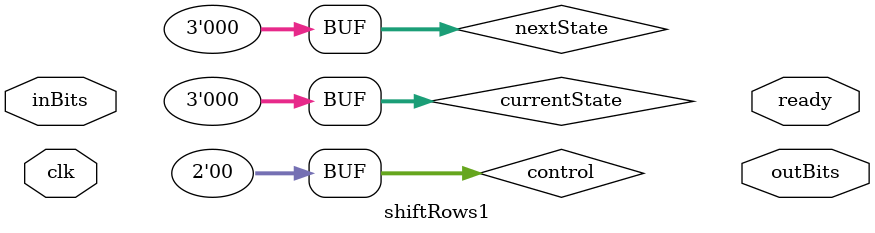
<source format=v>
`timescale 1ns / 1ps


module shiftRows1(
input [7:0] inBits,
input clk,
//input [1:0] control, 
output reg [7:0] outBits,
output reg ready);

parameter IDLE = 0, ONE = 1, TWO =2, THREE =3, FOUR = 4, FIVE =5, SIX =6, SEVEN =7;

reg [4:0] counter;
wire [7:0] SRL_output;
wire [7:0] SRL_output2;
wire [7:0] mux1_output;
wire [7:0] Q15_output;
reg [1:0] control =0;

reg [2:0] currentState =IDLE; 
reg [2:0] nextState = IDLE;

always @ (posedge clk) begin
    counter <= counter +1;
end
/*currentState <= nextState; 
end

always@(*) begin
case (currentState)
    IDLE: begin
        if (counter> 12) begin
            nextState <=ONE;
        end
    ready <= 0;
    control <=0;
    end
    
    ONE: begin
    control <= 4'b0010;
    ready <=1;
    if (counter == 24) begin
    nextState <= FIVE;
    end else begin
    nextState <= TWO;
    end
    end
    
    TWO: begin
    control <= 4'b0001;
    ready <=1;
    if (counter == 9) begin
    nextState <= SIX;
    end else begin
    nextState <= THREE;
    end
    end
    
    THREE: begin
    control <= 4'b0000;
    ready <=1;
    if (counter == 14) begin
    nextState <= FOUR;
    end else begin
    nextState <= SEVEN;
    end
    end
    
    FOUR: begin
    control <= 4'b0011;
    ready <=1;
    if (counter == 27) begin
    counter <= 12;
    nextState <= ONE;
    end else begin
    nextState <= ONE;
    end
    end
    
    FIVE: begin
    control <= 4'b0101;
    ready <=1;
    nextState <= SIX;
   end
    
    SIX: begin
    control <= 4'b0100;
    ready <=1;
    nextState <= FOUR;
    end
    
    SEVEN: begin
    control <= 4'b1000;
    ready <=1;
    nextState <= ONE;
   end
    
endcase
end
    
    


// SRL16E: 16-bit shift register LUT with clock enable operating
//         on posedge of clock (Mapped to a SliceM LUT6)
//         7 Series
// Xilinx HDL Language Template, version 2021.2


 defparam
//Shift Register initialization ("0" by default) for functional simulation:
U_SRLC16E_ONE.INIT = 16'h0000;
defparam
U_SRLC16E_TWO.INIT = 16'h0000;

defparam
U_SRLC16E_THREE.INIT = 16'h0000;

defparam
U_SRLC16E_FOUR.INIT = 16'h0000;

defparam
U_SRLC16E_FIVE.INIT = 16'h0000;

defparam
U_SRLC16E_SIX.INIT = 16'h0000;

defparam
U_SRLC16E_SEVEN.INIT = 16'h0000;

defparam
U_SRLC16E_EIGHT.INIT = 16'h0000;

SRLC16E U_SRLC16E_ONE( .D(inBits[0]),
.A0(1),
.A1(1),
.A2(control[0]),
.A3(control[1]),
.CLK(clk),
.CE(1),
.Q(SRL_output[0]),
.Q15(Q15_output[0])
 );

SRLC16E U_SRLC16E_TWO ( .D(inBits[1]),
.A0(1),
.A1(1),
.A2(control[0]),
.A3(control[1]),
.CLK(clk),
.CE(1),
.Q(SRL_output[1]),
.Q15(Q15_output[1])
 );
SRLC16E U_SRLC16E_THREE ( .D(inBits[2]),
.A0(1),
.A1(1),
.A2(control[0]),
.A3(control[1]),
.CLK(clk),
.CE(1),
.Q(SRL_output[2]),
.Q15(Q15_output[2])
 );

SRLC16E U_SRLC16E_FOUR ( .D(inBits[3]),
.A0(1),
.A1(1),
.A2(control[0]),
.A3(control[1]),
.CLK(clk),
.CE(1),
.Q(SRL_output[3]),
.Q15(Q15_output[3])
 );
 
 SRLC16E U_SRLC16E_FIVE( .D(inBits[4]),
.A0(1),
.A1(1),
.A2(control[0]),
.A3(control[1]),
.CLK(clk),
.CE(1),
.Q(SRL_output[4]),
.Q15(Q15_output[4])
 );
 
 SRLC16E U_SRLC16E_SIX ( .D(inBits[5]),
.A0(1),
.A1(1),
.A2(control[0]),
.A3(control[1]),
.CLK(clk),
.CE(1),
.Q(SRL_output[5]),
.Q15(Q15_output[5])
 );
 
 SRLC16E U_SRLC16E_SEVEN ( .D(inBits[6]),
.A0(1),
.A1(1),
.A2(control[0]),
.A3(control[1]),
.CLK(clk),
.CE(1),
.Q(SRL_output[6]),
.Q15(Q15_output[6])
 );
 
 SRLC16E U_SRLC16E_EIGHT ( .D(inBits[7]),
.A0(1),
.A1(1),
.A2(control[0]),
.A3(control[1]),
.CLK(clk),
.CE(1),
.Q(SRL_output[7]),
.Q15(Q15_output[7])
 );
//SRL16E #(
//   .INIT(16'h0000) // Initial Value of Shift Register
//) SRL16E_ONE (
//   .Q(SRL_output[0] ),       // SRL data output
//   .A0(1),     // Select[0] input
//   .A1(1),     // Select[1] input
//   .A2(control[0] ),     // Select[2] input
//   .A3(control[1]),     // Select[3] input
//   .CE(1),     // Clock enable input
//   .CLK(clk),   // Clock input
//   .D(inBits[0] )        // SRL data input
//);

//SRL16E #(
//   .INIT(16'h0000) // Initial Value of Shift Register
//) SRL16E_TWO (
//   .Q(SRL_output[1] ),       // SRL data output
//   .A0(1),     // Select[0] input
//   .A1(1),     // Select[1] input
//   .A2(control[0] ),     // Select[2] input
//   .A3(control[1]),     // Select[3] input
//   .CE(1),     // Clock enable input
//   .CLK(clk),   // Clock input
//   .D(inBits[1] )        // SRL data input
//);


//SRL16E #(
//   .INIT(16'h0000) // Initial Value of Shift Register
//) SRL16E_THREE (
//   .Q(SRL_output[2]),       // SRL data output
//   .A0(1),     // Select[0] input
//   .A1(1),     // Select[1] input
//   .A2(control[0] ),     // Select[2] input
//   .A3(control[1]),     // Select[3] input
//   .CE(1),     // Clock enable input
//   .CLK(clk),   // Clock input
//   .D(inBits[2])        // SRL data input
//);


//SRL16E #(
//   .INIT(16'h0000) // Initial Value of Shift Register
//) SRL16E_FOUR (
//   .Q(SRL_output[3] ),       // SRL data output
//   .A0(1),     // Select[0] input
//   .A1(1),     // Select[1] input
//   .A2(control[0] ),     // Select[2] input
//   .A3(control[1]),     // Select[3] input
//   .CE(1),     // Clock enable input
//   .CLK(clk),   // Clock input
//   .D(inBits[3])        // SRL data input
//);


//SRL16E #(
//   .INIT(16'h0000) // Initial Value of Shift Register
//) SRL16E_FIVE (
//   .Q(SRL_output[4] ),       // SRL data output
//   .A0(1),     // Select[0] input
//   .A1(1),     // Select[1] input
//   .A2(control[0] ),     // Select[2] input
//   .A3(control[1]),     // Select[3] input
//   .CE(1),     // Clock enable input
//   .CLK(clk),   // Clock input
//   .D(inBits[4])        // SRL data input
//);


//SRL16E #(
//   .INIT(16'h0000) // Initial Value of Shift Register
//) SRL16E_SIX (
//   .Q(SRL_output[5] ),       // SRL data output
//   .A0(1),     // Select[0] input
//   .A1(1),     // Select[1] input
//   .A2(control[0] ),     // Select[2] input
//   .A3(control[1]),     // Select[3] input
//   .CE(1),     // Clock enable input
//   .CLK(clk),   // Clock input
//   .D(inBits[5])        // SRL data input
//);


//SRL16E #(
//   .INIT(16'h0000) // Initial Value of Shift Register
//) SRL16E_SEVEN (
//   .Q(SRL_output[6] ),       // SRL data output
//   .A0(1),     // Select[0] input
//   .A1(1),     // Select[1] input
//   .A2(control[0] ),     // Select[2] input
//   .A3(control[1]),     // Select[3] input
//   .CE(1),     // Clock enable input
//   .CLK(clk),   // Clock input
//   .D(inBits[6])        // SRL data input
//);


//SRL16E #(
//   .INIT(16'h0000) // Initial Value of Shift Register
//) SRL16E_EIGHT (
//   .Q(SRL_output[7] ),       // SRL data output
//   .A0(1),     // Select[0] input
//   .A1(1),     // Select[1] input
//   .A2(control[0] ),     // Select[2] input
//   .A3(control[1]),     // Select[3] input
//   .CE(1),     // Clock enable input
//   .CLK(clk),   // Clock input
//   .D(inBits[7])        // SRL data input
//);
/////////////////////////////////////////////////////////////////////////////
 //second register SRL16
SRL16E #(
   .INIT(16'h0000) // Initial Value of Shift Register
) SRL16E_R2_ONE (
   .Q(SRL_output2[0]),       // SRL data output
   .A0(1),     // Select[0] input
   .A1(1),     // Select[1] input
   .A2(control[0] ),     // Select[2] input
   .A3(control[1]),     // Select[3] input
   .CE(1),     // Clock enable input
   .CLK(clk),   // Clock input
   .D(Q15_output[0])        // SRL data input
);

SRL16E #(
   .INIT(16'h0000) // Initial Value of Shift Register
) SRL16E_R2_TWO (
   .Q(SRL_output2[1] ),       // SRL data output
   .A0(1),     // Select[0] input
   .A1(1),     // Select[1] input
   .A2(control[0] ),     // Select[2] input
   .A3(control[1]),     // Select[3] input
   .CE(1),     // Clock enable input
   .CLK(clk),   // Clock input
   .D(Q15_output[1])        // SRL data input
);
SRL16E #(
   .INIT(16'h0000) // Initial Value of Shift Register
) SRL16E_R2_THREE (
   .Q(SRL_output2[2] ),       // SRL data output
   .A0(1),     // Select[0] input
   .A1(1),     // Select[1] input
   .A2(control[0] ),     // Select[2] input
   .A3(control[1]),     // Select[3] input
   .CE(1),     // Clock enable input
   .CLK(clk),   // Clock input
   .D(Q15_output[2])        // SRL data input
);
SRL16E #(
   .INIT(16'h0000) // Initial Value of Shift Register
) SRL16E_R2_FOUR (
   .Q(SRL_output2[3] ),       // SRL data output
   .A0(1),     // Select[0] input
   .A1(1),     // Select[1] input
   .A2(control[0] ),     // Select[2] input
   .A3(control[1]),     // Select[3] input
   .CE(1),     // Clock enable input
   .CLK(clk),   // Clock input
   .D(Q15_output[3])        // SRL data input
);
SRL16E #(
   .INIT(16'h0000) // Initial Value of Shift Register
) SRL16E_R2_FIVE (
   .Q(SRL_output2[4] ),       // SRL data output
   .A0(1),     // Select[0] input
   .A1(1),     // Select[1] input
   .A2(control[0] ),     // Select[2] input
   .A3(control[1]),     // Select[3] input
   .CE(1),     // Clock enable input
   .CLK(clk),   // Clock input
   .D(Q15_output[4])        // SRL data input
);
SRL16E #(
   .INIT(16'h0000) // Initial Value of Shift Register
) SRL16E_R2_SIX (
   .Q(SRL_output2[5] ),       // SRL data output
   .A0(1),     // Select[0] input
   .A1(1),     // Select[1] input
   .A2(control[0] ),     // Select[2] input
   .A3(control[1]),     // Select[3] input
   .CE(1),     // Clock enable input
   .CLK(clk),   // Clock input
   .D(Q15_output[5])        // SRL data input
);
SRL16E #(
   .INIT(16'h0000) // Initial Value of Shift Register
) SRL16E_R2_SEVEN (
   .Q(SRL_output2[6] ),       // SRL data output
   .A0(1),     // Select[0] input
   .A1(1),     // Select[1] input
   .A2(control[0] ),     // Select[2] input
   .A3(control[1]),     // Select[3] input
   .CE(1),     // Clock enable input
   .CLK(clk),   // Clock input
   .D(Q15_output[6])        // SRL data input
);


SRL16E #(
   .INIT(16'h0000) // Initial Value of Shift Register
) SRL16E_R2_EIGHT (
   .Q(SRL_output2[7] ),       // SRL data output
   .A0(1),     // Select[0] input
   .A1(1),     // Select[1] input
   .A2(control[0] ),     // Select[2] input
   .A3(control[1]),     // Select[3] input
   .CE(1),     // Clock enable input
   .CLK(clk),   // Clock input
   .D(Q15_output[7])        // SRL data input
);





mux2 mux0(SRL_output2[0],SRL_output[0],control[2] ,mux1_output[0]);
mux2 mux1(SRL_output2[1],SRL_output[1],control[2] ,mux1_output[1]);
mux2 mux2(SRL_output2[2],SRL_output[2],control[2] ,mux1_output[2]);
mux2 mux3(SRL_output2[3],SRL_output[3],control[2] ,mux1_output[3]);
mux2 mux4(SRL_output2[4],SRL_output[4],control[2] ,mux1_output[4]);
mux2 mux5(SRL_output2[5],SRL_output[5],control[2] ,mux1_output[5]);
mux2 mux6(SRL_output2[6],SRL_output[6],control[2] ,mux1_output[6]);
mux2 mux7(SRL_output2[7],SRL_output[7],control[2] ,mux1_output[7]);

mux2 mux_2_0(mux1_output[0],inBits[0],control[3], outBits[0]); 
mux2 mux_2_1(mux1_output[1],inBits[1],control[3], outBits[1]); 
mux2 mux_2_2(mux1_output[2],inBits[2],control[3], outBits[2]); 
mux2 mux_2_3(mux1_output[3],inBits[3],control[3], outBits[3]); 
mux2 mux_2_4(mux1_output[4],inBits[4],control[3], outBits[4]); 
mux2 mux_2_5(mux1_output[5],inBits[5],control[3], outBits[5]); 
mux2 mux_2_6(mux1_output[6],inBits[6],control[3], outBits[6]); 
mux2 mux_2_7(mux1_output[7],inBits[7],control[3], outBits[7]); */
endmodule

</source>
